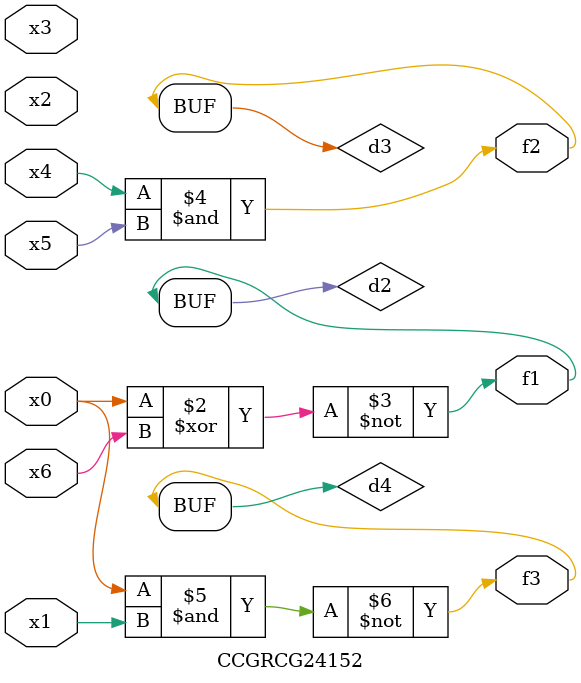
<source format=v>
module CCGRCG24152(
	input x0, x1, x2, x3, x4, x5, x6,
	output f1, f2, f3
);

	wire d1, d2, d3, d4;

	nor (d1, x0);
	xnor (d2, x0, x6);
	and (d3, x4, x5);
	nand (d4, x0, x1);
	assign f1 = d2;
	assign f2 = d3;
	assign f3 = d4;
endmodule

</source>
